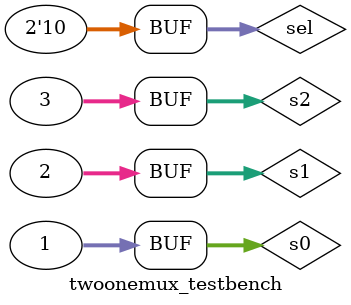
<source format=v>
`timescale 1ns/100ps

`define CLK_PERIOD 8
`define DATA_WIDTH 32
`define FIFO_DEPTH 8

module twoonemux_testbench();
    reg [1:0] sel = 0;
    reg [31:0] s0 = 0;
    reg [31:0] s1 = 0;
    reg [31:0] s2 = 0;
    wire [31:0] out;

    threeonemux DUT(.sel(sel),
                .s0(s0),
                .s1(s1),
                .s2(s2),
                .out(out));

    initial begin
        sel = 0;
        s0 = 1;
        #1;
        if (out != 1) begin
            $display("select 0 failed");
        end

        sel = 1;
        s1 = 2;
        #1;
        if (out != 2) begin
            $display("select 1 failed");
        end

        sel = 2;
        s2 = 3;
        #1;
        if (out != 3) begin
            $display("select 2 failed");
        end
    end

endmodule

</source>
